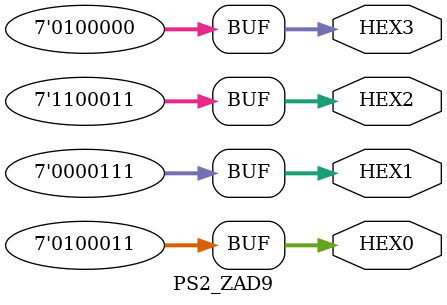
<source format=v>
module PS2_ZAD9(
	output [6:0] HEX0, HEX1, HEX2, HEX3);

		assign HEX0=7'b0100011;		//	o
		assign HEX1=7'b0000111;		// t
		assign HEX2=7'b1100011;		// u
		assign HEX3=7'b0100000;		// a

endmodule

</source>
